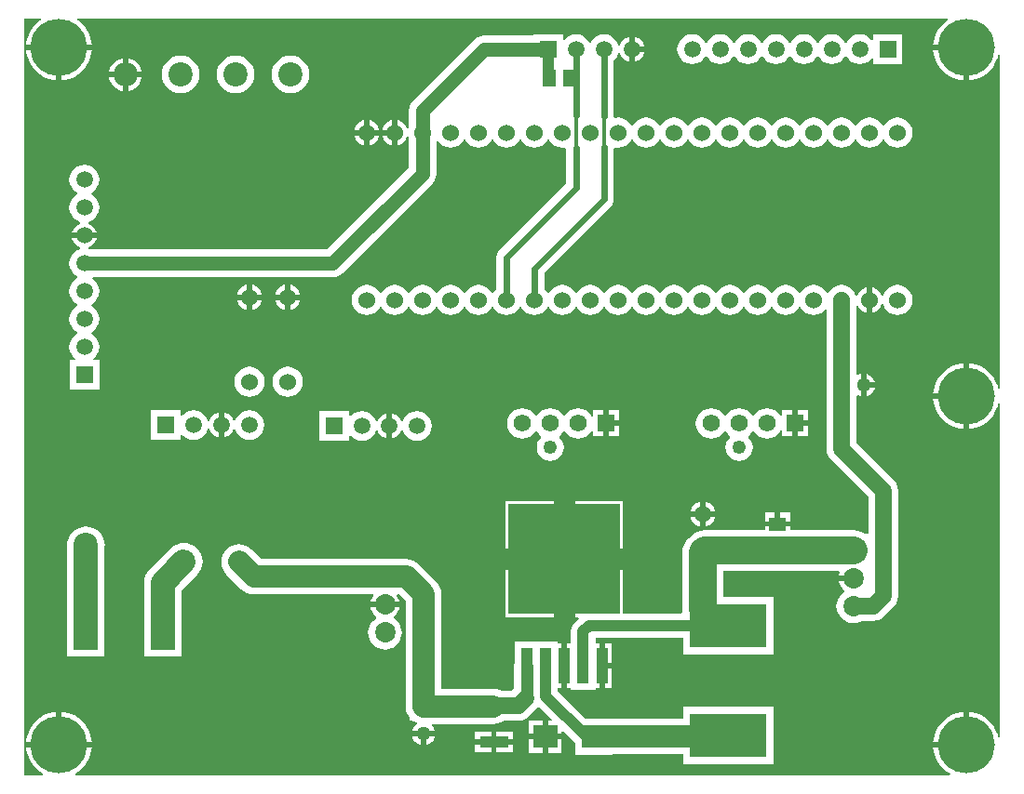
<source format=gtl>
G04*
G04 #@! TF.GenerationSoftware,Altium Limited,Altium Designer,19.1.8 (144)*
G04*
G04 Layer_Physical_Order=1*
G04 Layer_Color=255*
%FSLAX24Y24*%
%MOIN*%
G70*
G01*
G75*
%ADD19C,0.0236*%
%ADD22R,0.0512X0.0591*%
%ADD23R,0.0591X0.0512*%
%ADD24R,0.2756X0.1575*%
%ADD25R,0.0858X0.0835*%
%ADD26R,0.0400X0.1260*%
%ADD27R,0.4000X0.3976*%
%ADD28R,0.0866X0.1240*%
%ADD29R,0.1024X0.0433*%
%ADD51C,0.0618*%
%ADD52R,0.0618X0.0618*%
%ADD53C,0.0492*%
%ADD54C,0.0984*%
%ADD55C,0.0787*%
%ADD56C,0.0866*%
%ADD57C,0.0512*%
%ADD58C,0.0118*%
%ADD59C,0.0394*%
%ADD60C,0.0591*%
%ADD61C,0.0433*%
%ADD62C,0.0732*%
%ADD63R,0.0732X0.0732*%
%ADD64R,0.0591X0.0591*%
%ADD65C,0.0591*%
%ADD66R,0.0591X0.0591*%
%ADD67R,0.0512X0.0512*%
%ADD68C,0.0512*%
%ADD69C,0.0394*%
%ADD70C,0.0531*%
%ADD71C,0.2047*%
%ADD72C,0.0866*%
%ADD73C,0.0600*%
%ADD74R,0.0512X0.0512*%
G36*
X43163Y37117D02*
X43103Y37081D01*
X42961Y36960D01*
X42841Y36818D01*
X42744Y36660D01*
X42672Y36488D01*
X42629Y36307D01*
X42622Y36220D01*
X43799D01*
Y36122D01*
X43898D01*
Y34945D01*
X43985Y34952D01*
X44165Y34995D01*
X44337Y35066D01*
X44496Y35164D01*
X44637Y35284D01*
X44758Y35426D01*
X44855Y35584D01*
X44926Y35756D01*
X44950Y35856D01*
X45000Y35850D01*
Y23894D01*
X44950Y23888D01*
X44926Y23988D01*
X44855Y24160D01*
X44758Y24318D01*
X44637Y24460D01*
X44496Y24581D01*
X44337Y24678D01*
X44165Y24749D01*
X43985Y24792D01*
X43898Y24799D01*
Y23622D01*
Y22445D01*
X43985Y22452D01*
X44165Y22495D01*
X44337Y22566D01*
X44496Y22664D01*
X44637Y22784D01*
X44758Y22926D01*
X44855Y23084D01*
X44926Y23256D01*
X44950Y23356D01*
X45000Y23350D01*
Y11394D01*
X44950Y11388D01*
X44926Y11488D01*
X44855Y11660D01*
X44758Y11818D01*
X44637Y11960D01*
X44496Y12081D01*
X44337Y12178D01*
X44165Y12249D01*
X43985Y12292D01*
X43898Y12299D01*
Y11122D01*
X43799D01*
Y11024D01*
X42622D01*
X42629Y10937D01*
X42672Y10756D01*
X42744Y10584D01*
X42841Y10426D01*
X42961Y10284D01*
X43103Y10164D01*
X43224Y10089D01*
X43210Y10039D01*
X11908D01*
X11894Y10089D01*
X12015Y10164D01*
X12157Y10284D01*
X12277Y10426D01*
X12375Y10584D01*
X12446Y10756D01*
X12489Y10937D01*
X12496Y11024D01*
X10142D01*
X10149Y10937D01*
X10192Y10756D01*
X10263Y10584D01*
X10360Y10426D01*
X10481Y10284D01*
X10623Y10164D01*
X10744Y10089D01*
X10729Y10039D01*
X10079D01*
Y37165D01*
X10669D01*
X10682Y37117D01*
X10623Y37081D01*
X10481Y36960D01*
X10360Y36818D01*
X10263Y36660D01*
X10192Y36488D01*
X10149Y36307D01*
X10142Y36220D01*
X12496D01*
X12489Y36307D01*
X12446Y36488D01*
X12375Y36660D01*
X12277Y36818D01*
X12157Y36960D01*
X12015Y37081D01*
X11955Y37117D01*
X11969Y37165D01*
X43149D01*
X43163Y37117D01*
D02*
G37*
%LPC*%
G36*
X30833Y36599D02*
X30694Y36581D01*
X30565Y36527D01*
X30454Y36442D01*
X30368Y36331D01*
X30358Y36305D01*
X30308D01*
X30297Y36331D01*
X30212Y36442D01*
X30101Y36527D01*
X29971Y36581D01*
X29833Y36599D01*
X29694Y36581D01*
X29565Y36527D01*
X29454Y36442D01*
X29414Y36391D01*
X29364Y36408D01*
Y36594D01*
X28301D01*
Y36559D01*
X26545D01*
X26417Y36542D01*
X26297Y36493D01*
X26194Y36414D01*
X23988Y34207D01*
X23909Y34104D01*
X23859Y33985D01*
X23842Y33856D01*
Y33274D01*
X23823Y33227D01*
X23770Y33225D01*
X23738Y33302D01*
X23665Y33397D01*
X23569Y33470D01*
X23458Y33517D01*
X23437Y33519D01*
Y33071D01*
Y32622D01*
X23458Y32625D01*
X23569Y32671D01*
X23665Y32745D01*
X23738Y32840D01*
X23770Y32917D01*
X23823Y32914D01*
X23842Y32868D01*
Y31808D01*
X20913Y28878D01*
X12415D01*
X12369Y28897D01*
X12364Y28915D01*
X12365Y28950D01*
X12453Y28986D01*
X12547Y29059D01*
X12620Y29154D01*
X12666Y29264D01*
X12668Y29283D01*
X12224D01*
X11781D01*
X11783Y29264D01*
X11829Y29154D01*
X11902Y29059D01*
X11996Y28986D01*
X12084Y28950D01*
X12085Y28915D01*
X12080Y28897D01*
X11956Y28846D01*
X11845Y28761D01*
X11760Y28650D01*
X11707Y28521D01*
X11688Y28382D01*
X11707Y28243D01*
X11760Y28114D01*
X11845Y28003D01*
X11956Y27918D01*
X11982Y27907D01*
Y27857D01*
X11956Y27846D01*
X11845Y27761D01*
X11760Y27650D01*
X11707Y27521D01*
X11688Y27382D01*
X11707Y27243D01*
X11760Y27114D01*
X11845Y27003D01*
X11956Y26918D01*
X11982Y26907D01*
Y26857D01*
X11956Y26846D01*
X11845Y26761D01*
X11760Y26650D01*
X11707Y26521D01*
X11688Y26382D01*
X11707Y26243D01*
X11760Y26114D01*
X11845Y26003D01*
X11956Y25918D01*
X11982Y25907D01*
Y25857D01*
X11956Y25846D01*
X11845Y25761D01*
X11760Y25650D01*
X11707Y25521D01*
X11688Y25382D01*
X11707Y25243D01*
X11760Y25114D01*
X11845Y25003D01*
X11897Y24963D01*
X11880Y24913D01*
X11693D01*
Y23850D01*
X12756D01*
Y24913D01*
X12569D01*
X12552Y24963D01*
X12603Y25003D01*
X12689Y25114D01*
X12742Y25243D01*
X12760Y25382D01*
X12742Y25521D01*
X12689Y25650D01*
X12603Y25761D01*
X12492Y25846D01*
X12467Y25857D01*
Y25907D01*
X12492Y25918D01*
X12603Y26003D01*
X12689Y26114D01*
X12742Y26243D01*
X12760Y26382D01*
X12742Y26521D01*
X12689Y26650D01*
X12603Y26761D01*
X12492Y26846D01*
X12467Y26857D01*
Y26907D01*
X12492Y26918D01*
X12603Y27003D01*
X12689Y27114D01*
X12742Y27243D01*
X12760Y27382D01*
X12742Y27521D01*
X12689Y27650D01*
X12603Y27761D01*
X12506Y27836D01*
X12523Y27886D01*
X21118D01*
X21247Y27902D01*
X21366Y27952D01*
X21469Y28031D01*
X24690Y31251D01*
X24768Y31354D01*
X24818Y31474D01*
X24835Y31602D01*
Y32764D01*
X24885Y32781D01*
X24956Y32688D01*
X25068Y32602D01*
X25199Y32548D01*
X25339Y32530D01*
X25479Y32548D01*
X25609Y32602D01*
X25721Y32688D01*
X25807Y32800D01*
X25814Y32816D01*
X25864D01*
X25870Y32800D01*
X25956Y32688D01*
X26068Y32602D01*
X26199Y32548D01*
X26339Y32530D01*
X26479Y32548D01*
X26609Y32602D01*
X26721Y32688D01*
X26807Y32800D01*
X26814Y32816D01*
X26864D01*
X26870Y32800D01*
X26956Y32688D01*
X27068Y32602D01*
X27199Y32548D01*
X27339Y32530D01*
X27479Y32548D01*
X27609Y32602D01*
X27721Y32688D01*
X27807Y32800D01*
X27814Y32816D01*
X27864D01*
X27870Y32800D01*
X27956Y32688D01*
X28068Y32602D01*
X28199Y32548D01*
X28339Y32530D01*
X28479Y32548D01*
X28609Y32602D01*
X28721Y32688D01*
X28807Y32800D01*
X28814Y32816D01*
X28864D01*
X28870Y32800D01*
X28956Y32688D01*
X29068Y32602D01*
X29199Y32548D01*
X29339Y32530D01*
X29428Y32542D01*
X29441Y32535D01*
X29475Y32498D01*
Y31250D01*
X27086Y28861D01*
X27029Y28787D01*
X26993Y28701D01*
X26981Y28608D01*
Y27473D01*
X26956Y27453D01*
X26870Y27341D01*
X26864Y27325D01*
X26814D01*
X26807Y27341D01*
X26721Y27453D01*
X26609Y27539D01*
X26479Y27593D01*
X26339Y27612D01*
X26199Y27593D01*
X26068Y27539D01*
X25956Y27453D01*
X25870Y27341D01*
X25864Y27325D01*
X25814D01*
X25807Y27341D01*
X25721Y27453D01*
X25609Y27539D01*
X25479Y27593D01*
X25339Y27612D01*
X25199Y27593D01*
X25068Y27539D01*
X24956Y27453D01*
X24870Y27341D01*
X24864Y27325D01*
X24814D01*
X24807Y27341D01*
X24721Y27453D01*
X24609Y27539D01*
X24479Y27593D01*
X24339Y27612D01*
X24199Y27593D01*
X24068Y27539D01*
X23956Y27453D01*
X23870Y27341D01*
X23864Y27325D01*
X23814D01*
X23807Y27341D01*
X23721Y27453D01*
X23609Y27539D01*
X23479Y27593D01*
X23339Y27612D01*
X23199Y27593D01*
X23068Y27539D01*
X22956Y27453D01*
X22870Y27341D01*
X22864Y27325D01*
X22814D01*
X22807Y27341D01*
X22721Y27453D01*
X22609Y27539D01*
X22479Y27593D01*
X22339Y27612D01*
X22199Y27593D01*
X22068Y27539D01*
X21956Y27453D01*
X21870Y27341D01*
X21816Y27211D01*
X21798Y27071D01*
X21816Y26931D01*
X21870Y26800D01*
X21956Y26688D01*
X22068Y26602D01*
X22199Y26548D01*
X22339Y26530D01*
X22479Y26548D01*
X22609Y26602D01*
X22721Y26688D01*
X22807Y26800D01*
X22814Y26816D01*
X22864D01*
X22870Y26800D01*
X22956Y26688D01*
X23068Y26602D01*
X23199Y26548D01*
X23339Y26530D01*
X23479Y26548D01*
X23609Y26602D01*
X23721Y26688D01*
X23807Y26800D01*
X23814Y26816D01*
X23864D01*
X23870Y26800D01*
X23956Y26688D01*
X24068Y26602D01*
X24199Y26548D01*
X24339Y26530D01*
X24479Y26548D01*
X24609Y26602D01*
X24721Y26688D01*
X24807Y26800D01*
X24814Y26816D01*
X24864D01*
X24870Y26800D01*
X24956Y26688D01*
X25068Y26602D01*
X25199Y26548D01*
X25339Y26530D01*
X25479Y26548D01*
X25609Y26602D01*
X25721Y26688D01*
X25807Y26800D01*
X25814Y26816D01*
X25864D01*
X25870Y26800D01*
X25956Y26688D01*
X26068Y26602D01*
X26199Y26548D01*
X26339Y26530D01*
X26479Y26548D01*
X26609Y26602D01*
X26721Y26688D01*
X26807Y26800D01*
X26814Y26816D01*
X26864D01*
X26870Y26800D01*
X26956Y26688D01*
X27068Y26602D01*
X27199Y26548D01*
X27339Y26530D01*
X27479Y26548D01*
X27609Y26602D01*
X27721Y26688D01*
X27807Y26800D01*
X27814Y26816D01*
X27864D01*
X27870Y26800D01*
X27956Y26688D01*
X28068Y26602D01*
X28199Y26548D01*
X28339Y26530D01*
X28479Y26548D01*
X28609Y26602D01*
X28721Y26688D01*
X28807Y26800D01*
X28814Y26816D01*
X28864D01*
X28870Y26800D01*
X28956Y26688D01*
X29068Y26602D01*
X29199Y26548D01*
X29339Y26530D01*
X29479Y26548D01*
X29609Y26602D01*
X29721Y26688D01*
X29807Y26800D01*
X29814Y26816D01*
X29864D01*
X29870Y26800D01*
X29956Y26688D01*
X30068Y26602D01*
X30199Y26548D01*
X30339Y26530D01*
X30479Y26548D01*
X30609Y26602D01*
X30721Y26688D01*
X30807Y26800D01*
X30814Y26816D01*
X30864D01*
X30870Y26800D01*
X30956Y26688D01*
X31068Y26602D01*
X31199Y26548D01*
X31339Y26530D01*
X31479Y26548D01*
X31609Y26602D01*
X31721Y26688D01*
X31807Y26800D01*
X31814Y26816D01*
X31864D01*
X31870Y26800D01*
X31956Y26688D01*
X32068Y26602D01*
X32199Y26548D01*
X32339Y26530D01*
X32479Y26548D01*
X32609Y26602D01*
X32721Y26688D01*
X32807Y26800D01*
X32814Y26816D01*
X32864D01*
X32870Y26800D01*
X32956Y26688D01*
X33068Y26602D01*
X33199Y26548D01*
X33339Y26530D01*
X33479Y26548D01*
X33609Y26602D01*
X33721Y26688D01*
X33807Y26800D01*
X33814Y26816D01*
X33864D01*
X33870Y26800D01*
X33956Y26688D01*
X34068Y26602D01*
X34199Y26548D01*
X34339Y26530D01*
X34479Y26548D01*
X34609Y26602D01*
X34721Y26688D01*
X34807Y26800D01*
X34814Y26816D01*
X34864D01*
X34870Y26800D01*
X34956Y26688D01*
X35068Y26602D01*
X35199Y26548D01*
X35339Y26530D01*
X35479Y26548D01*
X35609Y26602D01*
X35721Y26688D01*
X35807Y26800D01*
X35814Y26816D01*
X35864D01*
X35870Y26800D01*
X35956Y26688D01*
X36068Y26602D01*
X36199Y26548D01*
X36339Y26530D01*
X36479Y26548D01*
X36609Y26602D01*
X36721Y26688D01*
X36807Y26800D01*
X36814Y26816D01*
X36864D01*
X36870Y26800D01*
X36956Y26688D01*
X37068Y26602D01*
X37199Y26548D01*
X37339Y26530D01*
X37479Y26548D01*
X37609Y26602D01*
X37721Y26688D01*
X37807Y26800D01*
X37814Y26816D01*
X37864D01*
X37870Y26800D01*
X37956Y26688D01*
X38068Y26602D01*
X38199Y26548D01*
X38339Y26530D01*
X38479Y26548D01*
X38609Y26602D01*
X38721Y26688D01*
X38755Y26733D01*
X38802Y26717D01*
Y24016D01*
Y21724D01*
X38802Y21724D01*
X38821Y21586D01*
X38843Y21532D01*
X38874Y21456D01*
X38960Y21345D01*
X40291Y20014D01*
Y18689D01*
X40171D01*
X40166Y18693D01*
X40040Y18760D01*
X39903Y18802D01*
X39760Y18816D01*
X37502D01*
Y18945D01*
X36596D01*
Y18816D01*
X34443D01*
X34300Y18802D01*
X34162Y18760D01*
X34036Y18693D01*
X33925Y18602D01*
X33867Y18543D01*
X33839D01*
Y18512D01*
X33762Y18418D01*
X33694Y18292D01*
X33652Y18155D01*
X33638Y18012D01*
Y15984D01*
X33648Y15881D01*
X33606Y15831D01*
X31518D01*
Y17385D01*
X29812D01*
Y15691D01*
X29914D01*
X29933Y15645D01*
X29780Y15491D01*
X29710Y15401D01*
X29667Y15296D01*
X29652Y15183D01*
Y14749D01*
X29517D01*
Y13962D01*
Y13175D01*
X29652D01*
Y13096D01*
X30525D01*
Y13175D01*
X30660D01*
Y13962D01*
Y14749D01*
X30525D01*
Y14957D01*
X33661D01*
Y14370D01*
X36890D01*
Y16417D01*
X35102D01*
Y17352D01*
X39249D01*
X39282Y17302D01*
X39250Y17223D01*
X39245Y17185D01*
X39760D01*
Y16988D01*
X39245D01*
X39250Y16950D01*
X39302Y16823D01*
X39386Y16713D01*
X39453Y16662D01*
X39448Y16603D01*
X39424Y16590D01*
X39332Y16515D01*
X39257Y16423D01*
X39201Y16318D01*
X39166Y16205D01*
X39155Y16087D01*
X39166Y15969D01*
X39201Y15855D01*
X39257Y15750D01*
X39332Y15659D01*
X39424Y15583D01*
X39528Y15527D01*
X39642Y15493D01*
X39760Y15481D01*
X39878Y15493D01*
X39991Y15527D01*
X40064Y15566D01*
X40472D01*
X40472Y15566D01*
X40611Y15585D01*
X40665Y15607D01*
X40740Y15638D01*
X40852Y15723D01*
X41206Y16078D01*
X41206Y16078D01*
X41291Y16189D01*
X41345Y16318D01*
X41363Y16457D01*
X41363Y16457D01*
Y20236D01*
X41363Y20236D01*
X41345Y20375D01*
X41291Y20504D01*
X41206Y20615D01*
X41206Y20615D01*
X39875Y21946D01*
Y23632D01*
X39925Y23652D01*
X40018Y23613D01*
X40028Y23612D01*
Y24016D01*
Y24420D01*
X40018Y24418D01*
X39925Y24380D01*
X39875Y24399D01*
Y26865D01*
X39925Y26875D01*
X39939Y26840D01*
X40012Y26745D01*
X40108Y26671D01*
X40219Y26625D01*
X40240Y26622D01*
Y27071D01*
Y27519D01*
X40219Y27517D01*
X40108Y27470D01*
X40012Y27397D01*
X39939Y27302D01*
X39907Y27225D01*
X39854Y27227D01*
X39807Y27341D01*
X39721Y27453D01*
X39609Y27539D01*
X39479Y27593D01*
X39339Y27612D01*
X39199Y27593D01*
X39068Y27539D01*
X38956Y27453D01*
X38870Y27341D01*
X38864Y27325D01*
X38814D01*
X38807Y27341D01*
X38721Y27453D01*
X38609Y27539D01*
X38479Y27593D01*
X38339Y27612D01*
X38199Y27593D01*
X38068Y27539D01*
X37956Y27453D01*
X37870Y27341D01*
X37864Y27325D01*
X37814D01*
X37807Y27341D01*
X37721Y27453D01*
X37609Y27539D01*
X37479Y27593D01*
X37339Y27612D01*
X37199Y27593D01*
X37068Y27539D01*
X36956Y27453D01*
X36870Y27341D01*
X36864Y27325D01*
X36814D01*
X36807Y27341D01*
X36721Y27453D01*
X36609Y27539D01*
X36479Y27593D01*
X36339Y27612D01*
X36199Y27593D01*
X36068Y27539D01*
X35956Y27453D01*
X35870Y27341D01*
X35864Y27325D01*
X35814D01*
X35807Y27341D01*
X35721Y27453D01*
X35609Y27539D01*
X35479Y27593D01*
X35339Y27612D01*
X35199Y27593D01*
X35068Y27539D01*
X34956Y27453D01*
X34870Y27341D01*
X34864Y27325D01*
X34814D01*
X34807Y27341D01*
X34721Y27453D01*
X34609Y27539D01*
X34479Y27593D01*
X34339Y27612D01*
X34199Y27593D01*
X34068Y27539D01*
X33956Y27453D01*
X33870Y27341D01*
X33864Y27325D01*
X33814D01*
X33807Y27341D01*
X33721Y27453D01*
X33609Y27539D01*
X33479Y27593D01*
X33339Y27612D01*
X33199Y27593D01*
X33068Y27539D01*
X32956Y27453D01*
X32870Y27341D01*
X32864Y27325D01*
X32814D01*
X32807Y27341D01*
X32721Y27453D01*
X32609Y27539D01*
X32479Y27593D01*
X32339Y27612D01*
X32199Y27593D01*
X32068Y27539D01*
X31956Y27453D01*
X31870Y27341D01*
X31864Y27325D01*
X31814D01*
X31807Y27341D01*
X31721Y27453D01*
X31609Y27539D01*
X31479Y27593D01*
X31339Y27612D01*
X31199Y27593D01*
X31068Y27539D01*
X30956Y27453D01*
X30870Y27341D01*
X30864Y27325D01*
X30814D01*
X30807Y27341D01*
X30721Y27453D01*
X30609Y27539D01*
X30479Y27593D01*
X30339Y27612D01*
X30199Y27593D01*
X30068Y27539D01*
X29956Y27453D01*
X29870Y27341D01*
X29864Y27325D01*
X29814D01*
X29807Y27341D01*
X29721Y27453D01*
X29609Y27539D01*
X29479Y27593D01*
X29339Y27612D01*
X29199Y27593D01*
X29068Y27539D01*
X28956Y27453D01*
X28870Y27341D01*
X28864Y27325D01*
X28814D01*
X28807Y27341D01*
X28721Y27453D01*
X28696Y27473D01*
Y28043D01*
X31079Y30426D01*
X31136Y30500D01*
X31172Y30587D01*
X31184Y30679D01*
X31184Y30679D01*
Y32502D01*
X31185Y32504D01*
X31234Y32544D01*
X31339Y32530D01*
X31479Y32548D01*
X31609Y32602D01*
X31721Y32688D01*
X31807Y32800D01*
X31814Y32816D01*
X31864D01*
X31870Y32800D01*
X31956Y32688D01*
X32068Y32602D01*
X32199Y32548D01*
X32339Y32530D01*
X32479Y32548D01*
X32609Y32602D01*
X32721Y32688D01*
X32807Y32800D01*
X32814Y32816D01*
X32864D01*
X32870Y32800D01*
X32956Y32688D01*
X33068Y32602D01*
X33199Y32548D01*
X33339Y32530D01*
X33479Y32548D01*
X33609Y32602D01*
X33721Y32688D01*
X33807Y32800D01*
X33814Y32816D01*
X33864D01*
X33870Y32800D01*
X33956Y32688D01*
X34068Y32602D01*
X34199Y32548D01*
X34339Y32530D01*
X34479Y32548D01*
X34609Y32602D01*
X34721Y32688D01*
X34807Y32800D01*
X34814Y32816D01*
X34864D01*
X34870Y32800D01*
X34956Y32688D01*
X35068Y32602D01*
X35199Y32548D01*
X35339Y32530D01*
X35479Y32548D01*
X35609Y32602D01*
X35721Y32688D01*
X35807Y32800D01*
X35814Y32816D01*
X35864D01*
X35870Y32800D01*
X35956Y32688D01*
X36068Y32602D01*
X36199Y32548D01*
X36339Y32530D01*
X36479Y32548D01*
X36609Y32602D01*
X36721Y32688D01*
X36807Y32800D01*
X36814Y32816D01*
X36864D01*
X36870Y32800D01*
X36956Y32688D01*
X37068Y32602D01*
X37199Y32548D01*
X37339Y32530D01*
X37479Y32548D01*
X37609Y32602D01*
X37721Y32688D01*
X37807Y32800D01*
X37814Y32816D01*
X37864D01*
X37870Y32800D01*
X37956Y32688D01*
X38068Y32602D01*
X38199Y32548D01*
X38339Y32530D01*
X38479Y32548D01*
X38609Y32602D01*
X38721Y32688D01*
X38807Y32800D01*
X38814Y32816D01*
X38864D01*
X38870Y32800D01*
X38956Y32688D01*
X39068Y32602D01*
X39199Y32548D01*
X39339Y32530D01*
X39479Y32548D01*
X39609Y32602D01*
X39721Y32688D01*
X39807Y32800D01*
X39814Y32816D01*
X39864D01*
X39870Y32800D01*
X39956Y32688D01*
X40068Y32602D01*
X40199Y32548D01*
X40339Y32530D01*
X40479Y32548D01*
X40609Y32602D01*
X40721Y32688D01*
X40807Y32800D01*
X40814Y32816D01*
X40864D01*
X40870Y32800D01*
X40956Y32688D01*
X41068Y32602D01*
X41199Y32548D01*
X41339Y32530D01*
X41479Y32548D01*
X41609Y32602D01*
X41721Y32688D01*
X41807Y32800D01*
X41861Y32931D01*
X41879Y33071D01*
X41861Y33211D01*
X41807Y33341D01*
X41721Y33453D01*
X41609Y33539D01*
X41479Y33593D01*
X41339Y33612D01*
X41199Y33593D01*
X41068Y33539D01*
X40956Y33453D01*
X40870Y33341D01*
X40864Y33325D01*
X40814D01*
X40807Y33341D01*
X40721Y33453D01*
X40609Y33539D01*
X40479Y33593D01*
X40339Y33612D01*
X40199Y33593D01*
X40068Y33539D01*
X39956Y33453D01*
X39870Y33341D01*
X39864Y33325D01*
X39814D01*
X39807Y33341D01*
X39721Y33453D01*
X39609Y33539D01*
X39479Y33593D01*
X39339Y33612D01*
X39199Y33593D01*
X39068Y33539D01*
X38956Y33453D01*
X38870Y33341D01*
X38864Y33325D01*
X38814D01*
X38807Y33341D01*
X38721Y33453D01*
X38609Y33539D01*
X38479Y33593D01*
X38339Y33612D01*
X38199Y33593D01*
X38068Y33539D01*
X37956Y33453D01*
X37870Y33341D01*
X37864Y33325D01*
X37814D01*
X37807Y33341D01*
X37721Y33453D01*
X37609Y33539D01*
X37479Y33593D01*
X37339Y33612D01*
X37199Y33593D01*
X37068Y33539D01*
X36956Y33453D01*
X36870Y33341D01*
X36864Y33325D01*
X36814D01*
X36807Y33341D01*
X36721Y33453D01*
X36609Y33539D01*
X36479Y33593D01*
X36339Y33612D01*
X36199Y33593D01*
X36068Y33539D01*
X35956Y33453D01*
X35870Y33341D01*
X35864Y33325D01*
X35814D01*
X35807Y33341D01*
X35721Y33453D01*
X35609Y33539D01*
X35479Y33593D01*
X35339Y33612D01*
X35199Y33593D01*
X35068Y33539D01*
X34956Y33453D01*
X34870Y33341D01*
X34864Y33325D01*
X34814D01*
X34807Y33341D01*
X34721Y33453D01*
X34609Y33539D01*
X34479Y33593D01*
X34339Y33612D01*
X34199Y33593D01*
X34068Y33539D01*
X33956Y33453D01*
X33870Y33341D01*
X33864Y33325D01*
X33814D01*
X33807Y33341D01*
X33721Y33453D01*
X33609Y33539D01*
X33479Y33593D01*
X33339Y33612D01*
X33199Y33593D01*
X33068Y33539D01*
X32956Y33453D01*
X32870Y33341D01*
X32864Y33325D01*
X32814D01*
X32807Y33341D01*
X32721Y33453D01*
X32609Y33539D01*
X32479Y33593D01*
X32339Y33612D01*
X32199Y33593D01*
X32068Y33539D01*
X31956Y33453D01*
X31870Y33341D01*
X31864Y33325D01*
X31814D01*
X31807Y33341D01*
X31721Y33453D01*
X31609Y33539D01*
X31479Y33593D01*
X31339Y33612D01*
X31227Y33597D01*
X31182Y33637D01*
X31184Y33652D01*
Y35663D01*
X31212Y35684D01*
X31297Y35795D01*
X31348Y35919D01*
X31366Y35924D01*
X31401Y35923D01*
X31437Y35835D01*
X31510Y35740D01*
X31604Y35668D01*
X31714Y35622D01*
X31734Y35619D01*
Y36063D01*
Y36507D01*
X31714Y36504D01*
X31604Y36458D01*
X31510Y36386D01*
X31437Y36291D01*
X31401Y36203D01*
X31366Y36202D01*
X31348Y36207D01*
X31297Y36331D01*
X31212Y36442D01*
X31101Y36527D01*
X30971Y36581D01*
X30833Y36599D01*
D02*
G37*
G36*
X39990Y36599D02*
X39851Y36581D01*
X39722Y36527D01*
X39611Y36442D01*
X39526Y36331D01*
X39515Y36305D01*
X39465D01*
X39454Y36331D01*
X39369Y36442D01*
X39258Y36527D01*
X39129Y36581D01*
X38990Y36599D01*
X38851Y36581D01*
X38722Y36527D01*
X38611Y36442D01*
X38526Y36331D01*
X38515Y36305D01*
X38465D01*
X38454Y36331D01*
X38369Y36442D01*
X38258Y36527D01*
X38129Y36581D01*
X37990Y36599D01*
X37851Y36581D01*
X37722Y36527D01*
X37611Y36442D01*
X37526Y36331D01*
X37515Y36305D01*
X37465D01*
X37454Y36331D01*
X37369Y36442D01*
X37258Y36527D01*
X37129Y36581D01*
X36990Y36599D01*
X36851Y36581D01*
X36722Y36527D01*
X36611Y36442D01*
X36526Y36331D01*
X36515Y36305D01*
X36465D01*
X36454Y36331D01*
X36369Y36442D01*
X36258Y36527D01*
X36129Y36581D01*
X35990Y36599D01*
X35851Y36581D01*
X35722Y36527D01*
X35611Y36442D01*
X35526Y36331D01*
X35515Y36305D01*
X35465D01*
X35454Y36331D01*
X35369Y36442D01*
X35258Y36527D01*
X35129Y36581D01*
X34990Y36599D01*
X34851Y36581D01*
X34722Y36527D01*
X34611Y36442D01*
X34526Y36331D01*
X34515Y36305D01*
X34465D01*
X34454Y36331D01*
X34369Y36442D01*
X34258Y36527D01*
X34129Y36581D01*
X33990Y36599D01*
X33851Y36581D01*
X33722Y36527D01*
X33611Y36442D01*
X33526Y36331D01*
X33472Y36202D01*
X33454Y36063D01*
X33472Y35924D01*
X33526Y35795D01*
X33611Y35684D01*
X33722Y35599D01*
X33851Y35545D01*
X33990Y35527D01*
X34129Y35545D01*
X34258Y35599D01*
X34369Y35684D01*
X34454Y35795D01*
X34465Y35821D01*
X34515D01*
X34526Y35795D01*
X34611Y35684D01*
X34722Y35599D01*
X34851Y35545D01*
X34990Y35527D01*
X35129Y35545D01*
X35258Y35599D01*
X35369Y35684D01*
X35454Y35795D01*
X35465Y35821D01*
X35515D01*
X35526Y35795D01*
X35611Y35684D01*
X35722Y35599D01*
X35851Y35545D01*
X35990Y35527D01*
X36129Y35545D01*
X36258Y35599D01*
X36369Y35684D01*
X36454Y35795D01*
X36465Y35821D01*
X36515D01*
X36526Y35795D01*
X36611Y35684D01*
X36722Y35599D01*
X36851Y35545D01*
X36990Y35527D01*
X37129Y35545D01*
X37258Y35599D01*
X37369Y35684D01*
X37454Y35795D01*
X37465Y35821D01*
X37515D01*
X37526Y35795D01*
X37611Y35684D01*
X37722Y35599D01*
X37851Y35545D01*
X37990Y35527D01*
X38129Y35545D01*
X38258Y35599D01*
X38369Y35684D01*
X38454Y35795D01*
X38465Y35821D01*
X38515D01*
X38526Y35795D01*
X38611Y35684D01*
X38722Y35599D01*
X38851Y35545D01*
X38990Y35527D01*
X39129Y35545D01*
X39258Y35599D01*
X39369Y35684D01*
X39454Y35795D01*
X39465Y35821D01*
X39515D01*
X39526Y35795D01*
X39611Y35684D01*
X39722Y35599D01*
X39851Y35545D01*
X39990Y35527D01*
X40129Y35545D01*
X40258Y35599D01*
X40369Y35684D01*
X40409Y35735D01*
X40459Y35718D01*
Y35531D01*
X41522D01*
Y36594D01*
X40459D01*
Y36408D01*
X40409Y36391D01*
X40369Y36442D01*
X40258Y36527D01*
X40129Y36581D01*
X39990Y36599D01*
D02*
G37*
G36*
X31931Y36507D02*
Y36161D01*
X32276D01*
X32274Y36181D01*
X32228Y36291D01*
X32156Y36386D01*
X32061Y36458D01*
X31951Y36504D01*
X31931Y36507D01*
D02*
G37*
G36*
X32276Y35965D02*
X31931D01*
Y35619D01*
X31951Y35622D01*
X32061Y35668D01*
X32156Y35740D01*
X32228Y35835D01*
X32274Y35945D01*
X32276Y35965D01*
D02*
G37*
G36*
X13799Y35741D02*
Y35256D01*
X14284D01*
X14283Y35273D01*
X14249Y35385D01*
X14194Y35487D01*
X14120Y35577D01*
X14030Y35651D01*
X13928Y35706D01*
X13817Y35739D01*
X13799Y35741D01*
D02*
G37*
G36*
X13602D02*
X13585Y35739D01*
X13474Y35706D01*
X13371Y35651D01*
X13281Y35577D01*
X13207Y35487D01*
X13153Y35385D01*
X13119Y35273D01*
X13117Y35256D01*
X13602D01*
Y35741D01*
D02*
G37*
G36*
X43701Y36024D02*
X42622D01*
X42629Y35937D01*
X42672Y35756D01*
X42744Y35584D01*
X42841Y35426D01*
X42961Y35284D01*
X43103Y35164D01*
X43261Y35066D01*
X43433Y34995D01*
X43614Y34952D01*
X43701Y34945D01*
Y36024D01*
D02*
G37*
G36*
X12496D02*
X11417D01*
Y34945D01*
X11504Y34952D01*
X11685Y34995D01*
X11857Y35066D01*
X12015Y35164D01*
X12157Y35284D01*
X12277Y35426D01*
X12375Y35584D01*
X12446Y35756D01*
X12489Y35937D01*
X12496Y36024D01*
D02*
G37*
G36*
X11220D02*
X10142D01*
X10149Y35937D01*
X10192Y35756D01*
X10263Y35584D01*
X10360Y35426D01*
X10481Y35284D01*
X10623Y35164D01*
X10781Y35066D01*
X10953Y34995D01*
X11134Y34952D01*
X11220Y34945D01*
Y36024D01*
D02*
G37*
G36*
X14284Y35059D02*
X13799D01*
Y34574D01*
X13817Y34575D01*
X13928Y34609D01*
X14030Y34664D01*
X14120Y34738D01*
X14194Y34828D01*
X14249Y34930D01*
X14283Y35042D01*
X14284Y35059D01*
D02*
G37*
G36*
X13602D02*
X13117D01*
X13119Y35042D01*
X13153Y34930D01*
X13207Y34828D01*
X13281Y34738D01*
X13371Y34664D01*
X13474Y34609D01*
X13585Y34575D01*
X13602Y34574D01*
Y35059D01*
D02*
G37*
G36*
X19606Y35830D02*
X19475Y35817D01*
X19349Y35779D01*
X19233Y35717D01*
X19131Y35633D01*
X19047Y35531D01*
X18985Y35415D01*
X18947Y35289D01*
X18934Y35157D01*
X18947Y35026D01*
X18985Y34900D01*
X19047Y34784D01*
X19131Y34682D01*
X19233Y34598D01*
X19349Y34536D01*
X19475Y34498D01*
X19606Y34485D01*
X19737Y34498D01*
X19864Y34536D01*
X19980Y34598D01*
X20082Y34682D01*
X20165Y34784D01*
X20228Y34900D01*
X20266Y35026D01*
X20279Y35157D01*
X20266Y35289D01*
X20228Y35415D01*
X20165Y35531D01*
X20082Y35633D01*
X19980Y35717D01*
X19864Y35779D01*
X19737Y35817D01*
X19606Y35830D01*
D02*
G37*
G36*
X17638D02*
X17507Y35817D01*
X17380Y35779D01*
X17264Y35717D01*
X17162Y35633D01*
X17079Y35531D01*
X17016Y35415D01*
X16978Y35289D01*
X16965Y35157D01*
X16978Y35026D01*
X17016Y34900D01*
X17079Y34784D01*
X17162Y34682D01*
X17264Y34598D01*
X17380Y34536D01*
X17507Y34498D01*
X17638Y34485D01*
X17769Y34498D01*
X17895Y34536D01*
X18011Y34598D01*
X18113Y34682D01*
X18197Y34784D01*
X18259Y34900D01*
X18297Y35026D01*
X18310Y35157D01*
X18297Y35289D01*
X18259Y35415D01*
X18197Y35531D01*
X18113Y35633D01*
X18011Y35717D01*
X17895Y35779D01*
X17769Y35817D01*
X17638Y35830D01*
D02*
G37*
G36*
X15669D02*
X15538Y35817D01*
X15412Y35779D01*
X15296Y35717D01*
X15194Y35633D01*
X15110Y35531D01*
X15048Y35415D01*
X15010Y35289D01*
X14997Y35157D01*
X15010Y35026D01*
X15048Y34900D01*
X15110Y34784D01*
X15194Y34682D01*
X15296Y34598D01*
X15412Y34536D01*
X15538Y34498D01*
X15669Y34485D01*
X15800Y34498D01*
X15927Y34536D01*
X16043Y34598D01*
X16145Y34682D01*
X16228Y34784D01*
X16291Y34900D01*
X16329Y35026D01*
X16342Y35157D01*
X16329Y35289D01*
X16291Y35415D01*
X16228Y35531D01*
X16145Y35633D01*
X16043Y35717D01*
X15927Y35779D01*
X15800Y35817D01*
X15669Y35830D01*
D02*
G37*
G36*
X22437Y33519D02*
Y33169D01*
X22787D01*
X22784Y33190D01*
X22738Y33302D01*
X22665Y33397D01*
X22569Y33470D01*
X22458Y33517D01*
X22437Y33519D01*
D02*
G37*
G36*
X23240D02*
X23219Y33517D01*
X23108Y33470D01*
X23012Y33397D01*
X22939Y33302D01*
X22893Y33190D01*
X22890Y33169D01*
X23240D01*
Y33519D01*
D02*
G37*
G36*
X22240D02*
X22219Y33517D01*
X22108Y33470D01*
X22012Y33397D01*
X21939Y33302D01*
X21893Y33190D01*
X21890Y33169D01*
X22240D01*
Y33519D01*
D02*
G37*
G36*
X22787Y32972D02*
X22437D01*
Y32622D01*
X22458Y32625D01*
X22569Y32671D01*
X22665Y32745D01*
X22738Y32840D01*
X22784Y32951D01*
X22787Y32972D01*
D02*
G37*
G36*
X22240D02*
X21890D01*
X21893Y32951D01*
X21939Y32840D01*
X22012Y32745D01*
X22108Y32671D01*
X22219Y32625D01*
X22240Y32622D01*
Y32972D01*
D02*
G37*
G36*
X23240D02*
X22890D01*
X22893Y32951D01*
X22939Y32840D01*
X23012Y32745D01*
X23108Y32671D01*
X23219Y32625D01*
X23240Y32622D01*
Y32972D01*
D02*
G37*
G36*
X12224Y31918D02*
X12086Y31900D01*
X11956Y31846D01*
X11845Y31761D01*
X11760Y31650D01*
X11707Y31521D01*
X11688Y31382D01*
X11707Y31243D01*
X11760Y31114D01*
X11845Y31003D01*
X11956Y30918D01*
X11982Y30907D01*
Y30857D01*
X11956Y30846D01*
X11845Y30761D01*
X11760Y30650D01*
X11707Y30521D01*
X11688Y30382D01*
X11707Y30243D01*
X11760Y30114D01*
X11845Y30003D01*
X11956Y29918D01*
X12080Y29866D01*
X12085Y29849D01*
X12084Y29814D01*
X11996Y29777D01*
X11902Y29705D01*
X11829Y29610D01*
X11783Y29500D01*
X11781Y29480D01*
X12224D01*
X12668D01*
X12666Y29500D01*
X12620Y29610D01*
X12547Y29705D01*
X12453Y29777D01*
X12365Y29814D01*
X12364Y29849D01*
X12369Y29866D01*
X12492Y29918D01*
X12603Y30003D01*
X12689Y30114D01*
X12742Y30243D01*
X12760Y30382D01*
X12742Y30521D01*
X12689Y30650D01*
X12603Y30761D01*
X12492Y30846D01*
X12467Y30857D01*
Y30907D01*
X12492Y30918D01*
X12603Y31003D01*
X12689Y31114D01*
X12742Y31243D01*
X12760Y31382D01*
X12742Y31521D01*
X12689Y31650D01*
X12603Y31761D01*
X12492Y31846D01*
X12363Y31900D01*
X12224Y31918D01*
D02*
G37*
G36*
X19606Y27614D02*
Y27264D01*
X19956D01*
X19954Y27285D01*
X19907Y27396D01*
X19834Y27492D01*
X19739Y27565D01*
X19627Y27611D01*
X19606Y27614D01*
D02*
G37*
G36*
X18238D02*
Y27264D01*
X18588D01*
X18585Y27285D01*
X18539Y27396D01*
X18466Y27492D01*
X18370Y27565D01*
X18259Y27611D01*
X18238Y27614D01*
D02*
G37*
G36*
X19409D02*
X19388Y27611D01*
X19277Y27565D01*
X19182Y27492D01*
X19108Y27396D01*
X19062Y27285D01*
X19059Y27264D01*
X19409D01*
Y27614D01*
D02*
G37*
G36*
X18041D02*
X18020Y27611D01*
X17909Y27565D01*
X17813Y27492D01*
X17740Y27396D01*
X17694Y27285D01*
X17691Y27264D01*
X18041D01*
Y27614D01*
D02*
G37*
G36*
X41339Y27612D02*
X41199Y27593D01*
X41068Y27539D01*
X40956Y27453D01*
X40870Y27341D01*
X40823Y27227D01*
X40770Y27225D01*
X40738Y27302D01*
X40665Y27397D01*
X40569Y27470D01*
X40458Y27517D01*
X40437Y27519D01*
Y27071D01*
Y26622D01*
X40458Y26625D01*
X40569Y26671D01*
X40665Y26745D01*
X40738Y26840D01*
X40770Y26917D01*
X40823Y26914D01*
X40870Y26800D01*
X40956Y26688D01*
X41068Y26602D01*
X41199Y26548D01*
X41339Y26530D01*
X41479Y26548D01*
X41609Y26602D01*
X41721Y26688D01*
X41807Y26800D01*
X41861Y26931D01*
X41879Y27071D01*
X41861Y27211D01*
X41807Y27341D01*
X41721Y27453D01*
X41609Y27539D01*
X41479Y27593D01*
X41339Y27612D01*
D02*
G37*
G36*
X19956Y27067D02*
X19606D01*
Y26717D01*
X19627Y26720D01*
X19739Y26766D01*
X19834Y26839D01*
X19907Y26935D01*
X19954Y27046D01*
X19956Y27067D01*
D02*
G37*
G36*
X18588D02*
X18238D01*
Y26717D01*
X18259Y26720D01*
X18370Y26766D01*
X18466Y26839D01*
X18539Y26935D01*
X18585Y27046D01*
X18588Y27067D01*
D02*
G37*
G36*
X19409D02*
X19059D01*
X19062Y27046D01*
X19108Y26935D01*
X19182Y26839D01*
X19277Y26766D01*
X19388Y26720D01*
X19409Y26717D01*
Y27067D01*
D02*
G37*
G36*
X18041D02*
X17691D01*
X17694Y27046D01*
X17740Y26935D01*
X17813Y26839D01*
X17909Y26766D01*
X18020Y26720D01*
X18041Y26717D01*
Y27067D01*
D02*
G37*
G36*
X40224Y24420D02*
Y24114D01*
X40530D01*
X40529Y24124D01*
X40487Y24224D01*
X40421Y24311D01*
X40334Y24377D01*
X40234Y24418D01*
X40224Y24420D01*
D02*
G37*
G36*
X43701Y24799D02*
X43614Y24792D01*
X43433Y24749D01*
X43261Y24678D01*
X43103Y24581D01*
X42961Y24460D01*
X42841Y24318D01*
X42744Y24160D01*
X42672Y23988D01*
X42629Y23807D01*
X42622Y23720D01*
X43701D01*
Y24799D01*
D02*
G37*
G36*
X40530Y23917D02*
X40224D01*
Y23612D01*
X40234Y23613D01*
X40334Y23655D01*
X40421Y23721D01*
X40487Y23807D01*
X40529Y23908D01*
X40530Y23917D01*
D02*
G37*
G36*
X19508Y24683D02*
X19368Y24664D01*
X19237Y24610D01*
X19125Y24524D01*
X19039Y24412D01*
X18985Y24282D01*
X18967Y24142D01*
X18985Y24002D01*
X19039Y23871D01*
X19125Y23759D01*
X19237Y23673D01*
X19368Y23619D01*
X19508Y23601D01*
X19648Y23619D01*
X19778Y23673D01*
X19890Y23759D01*
X19976Y23871D01*
X20030Y24002D01*
X20049Y24142D01*
X20030Y24282D01*
X19976Y24412D01*
X19890Y24524D01*
X19778Y24610D01*
X19648Y24664D01*
X19508Y24683D01*
D02*
G37*
G36*
X18140D02*
X18000Y24664D01*
X17869Y24610D01*
X17757Y24524D01*
X17671Y24412D01*
X17617Y24282D01*
X17599Y24142D01*
X17617Y24002D01*
X17671Y23871D01*
X17757Y23759D01*
X17869Y23673D01*
X18000Y23619D01*
X18140Y23601D01*
X18280Y23619D01*
X18410Y23673D01*
X18522Y23759D01*
X18608Y23871D01*
X18662Y24002D01*
X18681Y24142D01*
X18662Y24282D01*
X18608Y24412D01*
X18522Y24524D01*
X18410Y24610D01*
X18280Y24664D01*
X18140Y24683D01*
D02*
G37*
G36*
X36669Y23196D02*
X36527Y23177D01*
X36394Y23122D01*
X36280Y23035D01*
X36197Y22926D01*
X36169Y22923D01*
X36141Y22926D01*
X36058Y23035D01*
X35944Y23122D01*
X35812Y23177D01*
X35669Y23196D01*
X35527Y23177D01*
X35394Y23122D01*
X35280Y23035D01*
X35197Y22926D01*
X35169Y22923D01*
X35141Y22926D01*
X35058Y23035D01*
X34944Y23122D01*
X34812Y23177D01*
X34669Y23196D01*
X34527Y23177D01*
X34394Y23122D01*
X34280Y23035D01*
X34193Y22921D01*
X34138Y22788D01*
X34119Y22646D01*
X34138Y22503D01*
X34193Y22371D01*
X34280Y22257D01*
X34394Y22169D01*
X34527Y22114D01*
X34669Y22096D01*
X34812Y22114D01*
X34944Y22169D01*
X35058Y22257D01*
X35141Y22365D01*
X35169Y22368D01*
X35197Y22365D01*
X35280Y22257D01*
X35347Y22206D01*
Y22156D01*
X35325Y22139D01*
X35248Y22039D01*
X35199Y21921D01*
X35183Y21795D01*
X35199Y21669D01*
X35248Y21552D01*
X35325Y21451D01*
X35426Y21374D01*
X35543Y21325D01*
X35669Y21309D01*
X35795Y21325D01*
X35913Y21374D01*
X36013Y21451D01*
X36091Y21552D01*
X36139Y21669D01*
X36156Y21795D01*
X36139Y21921D01*
X36091Y22039D01*
X36013Y22139D01*
X35992Y22156D01*
Y22206D01*
X36058Y22257D01*
X36141Y22365D01*
X36169Y22368D01*
X36197Y22365D01*
X36280Y22257D01*
X36394Y22169D01*
X36527Y22114D01*
X36669Y22096D01*
X36812Y22114D01*
X36944Y22169D01*
X37058Y22257D01*
X37146Y22371D01*
X37153Y22388D01*
X37203Y22378D01*
Y22179D01*
X37571D01*
Y22646D01*
Y23112D01*
X37203D01*
Y22913D01*
X37153Y22903D01*
X37146Y22921D01*
X37058Y23035D01*
X36944Y23122D01*
X36812Y23177D01*
X36669Y23196D01*
D02*
G37*
G36*
X29909D02*
X29767Y23177D01*
X29634Y23122D01*
X29521Y23035D01*
X29438Y22926D01*
X29409Y22923D01*
X29381Y22926D01*
X29298Y23035D01*
X29184Y23122D01*
X29052Y23177D01*
X28909Y23196D01*
X28767Y23177D01*
X28634Y23122D01*
X28521Y23035D01*
X28438Y22926D01*
X28409Y22923D01*
X28381Y22926D01*
X28298Y23035D01*
X28184Y23122D01*
X28052Y23177D01*
X27909Y23196D01*
X27767Y23177D01*
X27634Y23122D01*
X27521Y23035D01*
X27433Y22921D01*
X27378Y22788D01*
X27359Y22646D01*
X27378Y22503D01*
X27433Y22371D01*
X27521Y22257D01*
X27634Y22169D01*
X27767Y22114D01*
X27909Y22096D01*
X28052Y22114D01*
X28184Y22169D01*
X28298Y22257D01*
X28381Y22365D01*
X28409Y22368D01*
X28438Y22365D01*
X28521Y22257D01*
X28587Y22206D01*
Y22156D01*
X28565Y22139D01*
X28488Y22039D01*
X28440Y21921D01*
X28423Y21795D01*
X28440Y21669D01*
X28488Y21552D01*
X28565Y21451D01*
X28666Y21374D01*
X28784Y21325D01*
X28909Y21309D01*
X29035Y21325D01*
X29153Y21374D01*
X29253Y21451D01*
X29331Y21552D01*
X29379Y21669D01*
X29396Y21795D01*
X29379Y21921D01*
X29331Y22039D01*
X29253Y22139D01*
X29232Y22156D01*
Y22206D01*
X29298Y22257D01*
X29381Y22365D01*
X29409Y22368D01*
X29438Y22365D01*
X29521Y22257D01*
X29634Y22169D01*
X29767Y22114D01*
X29909Y22096D01*
X30052Y22114D01*
X30184Y22169D01*
X30298Y22257D01*
X30386Y22371D01*
X30393Y22388D01*
X30443Y22378D01*
Y22179D01*
X30811D01*
Y22646D01*
Y23112D01*
X30443D01*
Y22913D01*
X30393Y22903D01*
X30386Y22921D01*
X30298Y23035D01*
X30184Y23122D01*
X30052Y23177D01*
X29909Y23196D01*
D02*
G37*
G36*
X16136Y23125D02*
X15997Y23106D01*
X15868Y23053D01*
X15757Y22968D01*
X15717Y22916D01*
X15667Y22933D01*
Y23120D01*
X14604D01*
Y22057D01*
X15667D01*
Y22244D01*
X15717Y22261D01*
X15757Y22210D01*
X15868Y22124D01*
X15997Y22071D01*
X16136Y22053D01*
X16275Y22071D01*
X16404Y22124D01*
X16515Y22210D01*
X16600Y22321D01*
X16651Y22444D01*
X16669Y22449D01*
X16704Y22448D01*
X16740Y22360D01*
X16813Y22266D01*
X16908Y22193D01*
X17018Y22147D01*
X17037Y22145D01*
Y22589D01*
Y23032D01*
X17018Y23030D01*
X16908Y22984D01*
X16813Y22911D01*
X16740Y22817D01*
X16704Y22729D01*
X16669Y22728D01*
X16651Y22733D01*
X16600Y22857D01*
X16515Y22968D01*
X16404Y23053D01*
X16275Y23106D01*
X16136Y23125D01*
D02*
G37*
G36*
X22165Y23095D02*
X22027Y23077D01*
X21897Y23023D01*
X21786Y22938D01*
X21760Y22904D01*
X21713Y22920D01*
Y23091D01*
X20650D01*
Y22028D01*
X21713D01*
Y22198D01*
X21760Y22214D01*
X21786Y22180D01*
X21897Y22095D01*
X22027Y22041D01*
X22165Y22023D01*
X22304Y22041D01*
X22433Y22095D01*
X22544Y22180D01*
X22630Y22291D01*
X22673Y22396D01*
X22727D01*
X22754Y22331D01*
X22827Y22236D01*
X22921Y22164D01*
X23031Y22118D01*
X23051Y22115D01*
Y22559D01*
Y23003D01*
X23031Y23000D01*
X22921Y22955D01*
X22827Y22882D01*
X22754Y22787D01*
X22727Y22722D01*
X22673D01*
X22630Y22827D01*
X22544Y22938D01*
X22433Y23023D01*
X22304Y23077D01*
X22165Y23095D01*
D02*
G37*
G36*
X31376Y23112D02*
X31008D01*
Y22744D01*
X31376D01*
Y23112D01*
D02*
G37*
G36*
X38136D02*
X37768D01*
Y22744D01*
X38136D01*
Y23112D01*
D02*
G37*
G36*
X18136Y23125D02*
X17997Y23106D01*
X17868Y23053D01*
X17757Y22968D01*
X17672Y22857D01*
X17620Y22733D01*
X17603Y22728D01*
X17568Y22729D01*
X17531Y22817D01*
X17459Y22911D01*
X17364Y22984D01*
X17254Y23030D01*
X17234Y23032D01*
Y22589D01*
Y22145D01*
X17254Y22147D01*
X17364Y22193D01*
X17459Y22266D01*
X17531Y22360D01*
X17568Y22448D01*
X17603Y22449D01*
X17620Y22444D01*
X17672Y22321D01*
X17757Y22210D01*
X17868Y22124D01*
X17997Y22071D01*
X18136Y22053D01*
X18275Y22071D01*
X18404Y22124D01*
X18515Y22210D01*
X18600Y22321D01*
X18654Y22450D01*
X18672Y22589D01*
X18654Y22727D01*
X18600Y22857D01*
X18515Y22968D01*
X18404Y23053D01*
X18275Y23106D01*
X18136Y23125D01*
D02*
G37*
G36*
X24134Y23095D02*
X23995Y23077D01*
X23866Y23023D01*
X23755Y22938D01*
X23670Y22827D01*
X23626Y22722D01*
X23572D01*
X23545Y22787D01*
X23473Y22882D01*
X23378Y22955D01*
X23268Y23000D01*
X23248Y23003D01*
Y22559D01*
Y22115D01*
X23268Y22118D01*
X23378Y22164D01*
X23473Y22236D01*
X23545Y22331D01*
X23572Y22396D01*
X23626D01*
X23670Y22291D01*
X23755Y22180D01*
X23866Y22095D01*
X23995Y22041D01*
X24134Y22023D01*
X24273Y22041D01*
X24402Y22095D01*
X24513Y22180D01*
X24598Y22291D01*
X24652Y22420D01*
X24670Y22559D01*
X24652Y22698D01*
X24598Y22827D01*
X24513Y22938D01*
X24402Y23023D01*
X24273Y23077D01*
X24134Y23095D01*
D02*
G37*
G36*
X43701Y23524D02*
X42622D01*
X42629Y23437D01*
X42672Y23256D01*
X42744Y23084D01*
X42841Y22926D01*
X42961Y22784D01*
X43103Y22664D01*
X43261Y22566D01*
X43433Y22495D01*
X43614Y22452D01*
X43701Y22445D01*
Y23524D01*
D02*
G37*
G36*
X38136Y22547D02*
X37768D01*
Y22179D01*
X38136D01*
Y22547D01*
D02*
G37*
G36*
X31376Y22547D02*
X31008D01*
Y22179D01*
X31376D01*
Y22547D01*
D02*
G37*
G36*
X34469Y19833D02*
Y19488D01*
X34814D01*
X34811Y19508D01*
X34766Y19618D01*
X34693Y19713D01*
X34598Y19785D01*
X34488Y19831D01*
X34469Y19833D01*
D02*
G37*
G36*
X34272D02*
X34252Y19831D01*
X34142Y19785D01*
X34047Y19713D01*
X33975Y19618D01*
X33929Y19508D01*
X33926Y19488D01*
X34272D01*
Y19833D01*
D02*
G37*
G36*
X37502Y19457D02*
X37147D01*
Y19142D01*
X37502D01*
Y19457D01*
D02*
G37*
G36*
X36951D02*
X36596D01*
Y19142D01*
X36951D01*
Y19457D01*
D02*
G37*
G36*
X34814Y19291D02*
X34469D01*
Y18946D01*
X34488Y18949D01*
X34598Y18994D01*
X34693Y19067D01*
X34766Y19161D01*
X34811Y19272D01*
X34814Y19291D01*
D02*
G37*
G36*
X34272D02*
X33926D01*
X33929Y19272D01*
X33975Y19161D01*
X34047Y19067D01*
X34142Y18994D01*
X34252Y18949D01*
X34272Y18946D01*
Y19291D01*
D02*
G37*
G36*
X31518Y19867D02*
X29812D01*
Y18173D01*
X31518D01*
Y19867D01*
D02*
G37*
G36*
X29025D02*
X27318D01*
Y18173D01*
X29025D01*
Y19867D01*
D02*
G37*
G36*
Y17385D02*
X27318D01*
Y15691D01*
X29025D01*
Y17385D01*
D02*
G37*
G36*
X23507Y16047D02*
X22992D01*
X22477D01*
X22482Y16009D01*
X22535Y15882D01*
X22619Y15772D01*
X22685Y15721D01*
X22680Y15662D01*
X22656Y15649D01*
X22564Y15574D01*
X22489Y15482D01*
X22433Y15377D01*
X22398Y15264D01*
X22387Y15146D01*
X22398Y15028D01*
X22433Y14914D01*
X22489Y14809D01*
X22564Y14718D01*
X22656Y14642D01*
X22761Y14586D01*
X22874Y14552D01*
X22992Y14540D01*
X23110Y14552D01*
X23224Y14586D01*
X23328Y14642D01*
X23420Y14718D01*
X23495Y14809D01*
X23551Y14914D01*
X23586Y15028D01*
X23597Y15146D01*
X23586Y15264D01*
X23551Y15377D01*
X23495Y15482D01*
X23420Y15574D01*
X23328Y15649D01*
X23304Y15662D01*
X23299Y15721D01*
X23366Y15772D01*
X23450Y15882D01*
X23502Y16009D01*
X23507Y16047D01*
D02*
G37*
G36*
X15787Y18360D02*
X15656Y18347D01*
X15530Y18308D01*
X15414Y18246D01*
X15312Y18163D01*
X14554Y17405D01*
X14470Y17303D01*
X14408Y17186D01*
X14370Y17060D01*
X14357Y16929D01*
Y15138D01*
X14360Y15105D01*
Y14282D01*
X15699D01*
Y15105D01*
X15702Y15138D01*
Y16651D01*
X16263Y17211D01*
X16347Y17313D01*
X16409Y17430D01*
X16447Y17556D01*
X16460Y17687D01*
X16447Y17818D01*
X16409Y17944D01*
X16347Y18061D01*
X16263Y18163D01*
X16161Y18246D01*
X16045Y18308D01*
X15919Y18347D01*
X15787Y18360D01*
D02*
G37*
G36*
X12283Y18950D02*
X12152Y18937D01*
X12026Y18899D01*
X11910Y18837D01*
X11808Y18753D01*
X11806Y18750D01*
X11803Y18748D01*
X11719Y18646D01*
X11657Y18530D01*
X11619Y18404D01*
X11606Y18273D01*
Y15994D01*
X11604D01*
Y14282D01*
X12943D01*
Y15060D01*
X12951Y15143D01*
Y18228D01*
X12956Y18278D01*
X12943Y18409D01*
X12905Y18535D01*
X12843Y18651D01*
X12759Y18753D01*
X12657Y18837D01*
X12541Y18899D01*
X12415Y18937D01*
X12283Y18950D01*
D02*
G37*
G36*
X31116Y14749D02*
X30857D01*
Y14060D01*
X31116D01*
Y14749D01*
D02*
G37*
G36*
Y13864D02*
X30857D01*
Y13175D01*
X31116D01*
Y13864D01*
D02*
G37*
G36*
X28636Y11992D02*
X28148D01*
Y11516D01*
X28636D01*
Y11992D01*
D02*
G37*
G36*
X27559Y11594D02*
X26988D01*
Y11319D01*
X27559D01*
Y11594D01*
D02*
G37*
G36*
X26791D02*
X26220D01*
Y11319D01*
X26791D01*
Y11594D01*
D02*
G37*
G36*
X43701Y12299D02*
X43614Y12292D01*
X43433Y12249D01*
X43261Y12178D01*
X43103Y12081D01*
X42961Y11960D01*
X42841Y11818D01*
X42744Y11660D01*
X42672Y11488D01*
X42629Y11307D01*
X42622Y11220D01*
X43701D01*
Y12299D01*
D02*
G37*
G36*
X11417D02*
Y11220D01*
X12496D01*
X12489Y11307D01*
X12446Y11488D01*
X12375Y11660D01*
X12277Y11818D01*
X12157Y11960D01*
X12015Y12081D01*
X11857Y12178D01*
X11685Y12249D01*
X11504Y12292D01*
X11417Y12299D01*
D02*
G37*
G36*
X11220D02*
X11134Y12292D01*
X10953Y12249D01*
X10781Y12178D01*
X10623Y12081D01*
X10481Y11960D01*
X10360Y11818D01*
X10263Y11660D01*
X10192Y11488D01*
X10149Y11307D01*
X10142Y11220D01*
X11220D01*
Y12299D01*
D02*
G37*
G36*
X24774Y11417D02*
X24469D01*
Y11112D01*
X24478Y11113D01*
X24579Y11155D01*
X24665Y11221D01*
X24731Y11307D01*
X24773Y11408D01*
X24774Y11417D01*
D02*
G37*
G36*
X24272D02*
X23966D01*
X23967Y11408D01*
X24009Y11307D01*
X24075Y11221D01*
X24162Y11155D01*
X24262Y11113D01*
X24272Y11112D01*
Y11417D01*
D02*
G37*
G36*
X27559Y11122D02*
X26988D01*
Y10846D01*
X27559D01*
Y11122D01*
D02*
G37*
G36*
X26791D02*
X26220D01*
Y10846D01*
X26791D01*
Y11122D01*
D02*
G37*
G36*
X29321Y11319D02*
X28833D01*
Y10843D01*
X29321D01*
Y11319D01*
D02*
G37*
G36*
X28636D02*
X28148D01*
Y10843D01*
X28636D01*
Y11319D01*
D02*
G37*
G36*
X17756Y18320D02*
X17632Y18308D01*
X17514Y18272D01*
X17404Y18213D01*
X17308Y18135D01*
X17230Y18039D01*
X17171Y17929D01*
X17135Y17810D01*
X17123Y17687D01*
X17135Y17564D01*
X17171Y17445D01*
X17230Y17335D01*
X17308Y17239D01*
X17850Y16698D01*
X17850Y16698D01*
X17946Y16619D01*
X18055Y16561D01*
X18174Y16525D01*
X18297Y16513D01*
X18297Y16513D01*
X22557D01*
X22579Y16468D01*
X22535Y16410D01*
X22482Y16282D01*
X22477Y16244D01*
X22992D01*
X23507D01*
X23502Y16282D01*
X23450Y16410D01*
X23405Y16468D01*
X23427Y16513D01*
X23498D01*
X23737Y16273D01*
Y12500D01*
X23749Y12377D01*
X23785Y12258D01*
X23844Y12148D01*
X23878Y12107D01*
Y12008D01*
X23977D01*
X24018Y11974D01*
X24128Y11915D01*
X24129Y11915D01*
X24139Y11860D01*
X24075Y11811D01*
X24009Y11724D01*
X23967Y11624D01*
X23966Y11614D01*
X24370D01*
X24774D01*
X24773Y11624D01*
X24731Y11724D01*
X24665Y11811D01*
X24653Y11820D01*
X24669Y11867D01*
X26870D01*
X26994Y11879D01*
X27112Y11915D01*
X27222Y11974D01*
X27234Y11984D01*
X27756D01*
X27756Y11984D01*
X27895Y12002D01*
X27948Y12024D01*
X28024Y12055D01*
X28135Y12141D01*
X28411Y12416D01*
X28461Y12482D01*
X28511Y12485D01*
X28958Y12038D01*
X28939Y11992D01*
X28833D01*
Y11516D01*
X29321D01*
Y11610D01*
X29367Y11629D01*
X29813Y11183D01*
Y10764D01*
X31144D01*
Y10784D01*
X33661D01*
Y10433D01*
X36890D01*
Y12480D01*
X33661D01*
Y12050D01*
X31144D01*
Y12071D01*
X30161D01*
X29188Y13043D01*
Y13175D01*
X29320D01*
Y13962D01*
Y14749D01*
X29185D01*
Y14828D01*
X27642D01*
Y14092D01*
X27637Y14080D01*
X27622Y13962D01*
Y13144D01*
X27534Y13056D01*
X27167D01*
X27112Y13085D01*
X26994Y13121D01*
X26870Y13133D01*
X25003D01*
Y16535D01*
X24991Y16659D01*
X24955Y16778D01*
X24896Y16887D01*
X24818Y16983D01*
X24207Y17593D01*
X24111Y17672D01*
X24002Y17730D01*
X23883Y17766D01*
X23760Y17779D01*
X18559D01*
X18203Y18135D01*
X18108Y18213D01*
X17998Y18272D01*
X17879Y18308D01*
X17756Y18320D01*
D02*
G37*
%LPD*%
D19*
X30827Y33652D02*
Y36057D01*
X30833Y36063D01*
X30827Y30679D02*
Y32549D01*
X29833Y33691D02*
Y36063D01*
X29833Y36063D01*
X29833Y31102D02*
Y32520D01*
X27339Y28608D02*
X29833Y31102D01*
X28339Y28191D02*
X30827Y30679D01*
X27339Y27071D02*
Y28608D01*
X28339Y27071D02*
Y28191D01*
D22*
X29606Y35039D02*
D03*
X28858D02*
D03*
D23*
X37049Y19043D02*
D03*
Y18295D02*
D03*
D24*
X35276Y15394D02*
D03*
Y11457D02*
D03*
D25*
X28734Y11417D02*
D03*
X30478D02*
D03*
D26*
X28078Y13962D02*
D03*
X28749D02*
D03*
X29418D02*
D03*
X30089D02*
D03*
X30759D02*
D03*
D27*
X29418Y17779D02*
D03*
D28*
X12274Y15138D02*
D03*
X15030D02*
D03*
D29*
X26890Y11220D02*
D03*
Y12520D02*
D03*
D51*
X34669Y22646D02*
D03*
X35669D02*
D03*
X36669D02*
D03*
X27909D02*
D03*
X28909D02*
D03*
X29909D02*
D03*
D52*
X37669D02*
D03*
X30909D02*
D03*
D53*
X35669Y21795D02*
D03*
X28909D02*
D03*
D54*
X34443Y18084D02*
X39760D01*
X34370Y18012D02*
X34443Y18084D01*
X34370Y15984D02*
Y18012D01*
D55*
X12279Y18273D02*
X12283Y18278D01*
X12274Y15138D02*
X12279Y15143D01*
X18297Y17146D02*
X22992D01*
X17756Y17687D02*
X18297Y17146D01*
X30478Y11417D02*
X35236D01*
X22992Y17146D02*
X23760D01*
X24370Y16535D01*
Y12500D02*
Y16535D01*
Y12500D02*
X26870D01*
D56*
X12279Y15143D02*
Y18273D01*
X15030Y15138D02*
Y16929D01*
X15787Y17687D01*
D57*
X26545Y36063D02*
X28833D01*
X24339Y33856D02*
X26545Y36063D01*
X24339Y33071D02*
Y33856D01*
Y31602D02*
Y33071D01*
X21118Y28382D02*
X24339Y31602D01*
X12224Y28382D02*
X21118D01*
X28833Y36063D02*
X28845Y36050D01*
D58*
X30827Y32549D02*
Y33652D01*
X29833Y32520D02*
Y33691D01*
D59*
X28845Y35052D02*
Y36050D01*
X34370Y15984D02*
X34961Y15394D01*
X30300D02*
X34961D01*
X35276D01*
X30089Y15183D02*
X30300Y15394D01*
X30089Y13962D02*
Y15183D01*
X30197Y11417D02*
X30478D01*
X28752Y12863D02*
X30197Y11417D01*
X28752Y12863D02*
Y13959D01*
X35236Y11417D02*
X35276Y11457D01*
X28749Y13962D02*
X28752Y13959D01*
D60*
X40827Y16457D02*
Y20236D01*
X39339Y21724D02*
X40827Y20236D01*
X39339Y24016D02*
Y27071D01*
X40472Y16102D02*
X40827Y16457D01*
X39776Y16102D02*
X40472D01*
X39760Y16087D02*
X39776Y16102D01*
X39339Y21724D02*
Y24016D01*
X27756Y12520D02*
X28031Y12795D01*
X26890Y12520D02*
X27756D01*
D61*
X28078Y12842D02*
Y13962D01*
X28031Y12795D02*
X28078Y12842D01*
D62*
X22992Y15146D02*
D03*
Y16146D02*
D03*
X39760Y17087D02*
D03*
Y16087D02*
D03*
D63*
X22992Y17146D02*
D03*
X39760Y18087D02*
D03*
D64*
X28833Y36063D02*
D03*
X40990Y36063D02*
D03*
X15136Y22589D02*
D03*
X21181Y22559D02*
D03*
D65*
X29833Y36063D02*
D03*
X30833D02*
D03*
X31833D02*
D03*
X36990Y36063D02*
D03*
X35990D02*
D03*
X34990D02*
D03*
X33990D02*
D03*
X39990D02*
D03*
X38990D02*
D03*
X37990D02*
D03*
X34370Y19390D02*
D03*
X12224Y28382D02*
D03*
Y29382D02*
D03*
Y30382D02*
D03*
Y31382D02*
D03*
Y25382D02*
D03*
Y26382D02*
D03*
Y27382D02*
D03*
X18136Y22589D02*
D03*
X17136D02*
D03*
X16136D02*
D03*
X22165Y22559D02*
D03*
X23150D02*
D03*
X24134D02*
D03*
D66*
X34370Y18012D02*
D03*
X12224Y24382D02*
D03*
D67*
X24370Y12500D02*
D03*
D68*
Y11516D02*
D03*
X40126Y24016D02*
D03*
D69*
X27874Y16339D02*
D03*
X28661D02*
D03*
X29449D02*
D03*
X30236D02*
D03*
X31024D02*
D03*
Y17283D02*
D03*
X30236D02*
D03*
X29449D02*
D03*
X28661D02*
D03*
X27874D02*
D03*
X31024Y18228D02*
D03*
X30236D02*
D03*
X29449D02*
D03*
X28661D02*
D03*
X27874D02*
D03*
X31024Y19173D02*
D03*
X30236D02*
D03*
X29449D02*
D03*
X28661D02*
D03*
X27874D02*
D03*
D70*
X15787Y17687D02*
D03*
X17756D02*
D03*
D71*
X11319Y36122D02*
D03*
X43799Y23622D02*
D03*
Y36122D02*
D03*
Y11122D02*
D03*
X11319D02*
D03*
D72*
X19606Y35157D02*
D03*
X17638D02*
D03*
X13701D02*
D03*
X15669D02*
D03*
X12283Y20246D02*
D03*
Y18278D02*
D03*
D73*
X22339Y27071D02*
D03*
X23339D02*
D03*
X24339D02*
D03*
X25339D02*
D03*
X26339D02*
D03*
X27339D02*
D03*
X28339D02*
D03*
X29339D02*
D03*
X30339D02*
D03*
X31339D02*
D03*
X32339D02*
D03*
X33339D02*
D03*
X34339D02*
D03*
X35339D02*
D03*
X36339D02*
D03*
X37339D02*
D03*
X38339D02*
D03*
X39339D02*
D03*
X40339D02*
D03*
X41339D02*
D03*
Y33071D02*
D03*
X40339D02*
D03*
X39339D02*
D03*
X38339D02*
D03*
X37339D02*
D03*
X36339D02*
D03*
X35339D02*
D03*
X34339D02*
D03*
X33339D02*
D03*
X32339D02*
D03*
X31339D02*
D03*
X30339D02*
D03*
X29339D02*
D03*
X28339D02*
D03*
X27339D02*
D03*
X26339D02*
D03*
X25339D02*
D03*
X24339D02*
D03*
X23339D02*
D03*
X22339D02*
D03*
X19508Y24142D02*
D03*
Y27165D02*
D03*
X18140Y24142D02*
D03*
Y27165D02*
D03*
D74*
X39339Y24016D02*
D03*
M02*

</source>
